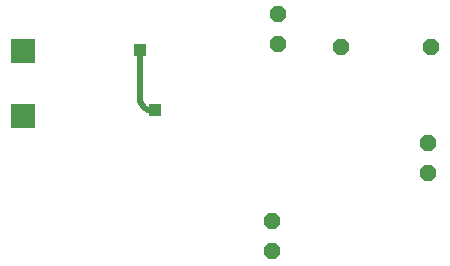
<source format=gbl>
G75*
%MOIN*%
%OFA0B0*%
%FSLAX25Y25*%
%IPPOS*%
%LPD*%
%AMOC8*
5,1,8,0,0,1.08239X$1,22.5*
%
%ADD10OC8,0.05200*%
%ADD11R,0.08268X0.08268*%
%ADD12R,0.03962X0.03962*%
%ADD13C,0.02000*%
D10*
X0124000Y0034000D03*
X0124000Y0044000D03*
X0176000Y0060000D03*
X0176000Y0070000D03*
X0177000Y0102000D03*
X0147000Y0102000D03*
X0126000Y0103000D03*
X0126000Y0113000D03*
D11*
X0041000Y0100827D03*
X0041000Y0079173D03*
D12*
X0080000Y0101000D03*
X0085000Y0081000D03*
D13*
X0080000Y0084000D02*
X0080000Y0101000D01*
X0080000Y0084000D02*
X0080045Y0083872D01*
X0080093Y0083746D01*
X0080145Y0083621D01*
X0080201Y0083497D01*
X0080260Y0083375D01*
X0080322Y0083255D01*
X0080388Y0083136D01*
X0080457Y0083020D01*
X0080530Y0082906D01*
X0080605Y0082793D01*
X0080684Y0082683D01*
X0080766Y0082575D01*
X0080851Y0082470D01*
X0080939Y0082367D01*
X0081030Y0082266D01*
X0081124Y0082169D01*
X0081220Y0082074D01*
X0081320Y0081981D01*
X0081421Y0081892D01*
X0081526Y0081806D01*
X0081632Y0081722D01*
X0081741Y0081642D01*
X0081853Y0081565D01*
X0081966Y0081491D01*
X0082082Y0081420D01*
X0082199Y0081352D01*
X0082319Y0081288D01*
X0082440Y0081228D01*
X0082562Y0081171D01*
X0082687Y0081117D01*
X0082813Y0081067D01*
X0082940Y0081021D01*
X0083069Y0080978D01*
X0083198Y0080939D01*
X0083329Y0080904D01*
X0083461Y0080872D01*
X0083593Y0080844D01*
X0083727Y0080820D01*
X0083861Y0080800D01*
X0083995Y0080784D01*
X0084130Y0080771D01*
X0084265Y0080763D01*
X0084401Y0080758D01*
X0084536Y0080757D01*
X0084671Y0080760D01*
X0084807Y0080767D01*
X0084942Y0080778D01*
X0085076Y0080792D01*
X0085211Y0080811D01*
X0085344Y0080833D01*
X0085477Y0080859D01*
X0085609Y0080889D01*
X0085741Y0080922D01*
X0085871Y0080959D01*
X0086000Y0081000D01*
M02*

</source>
